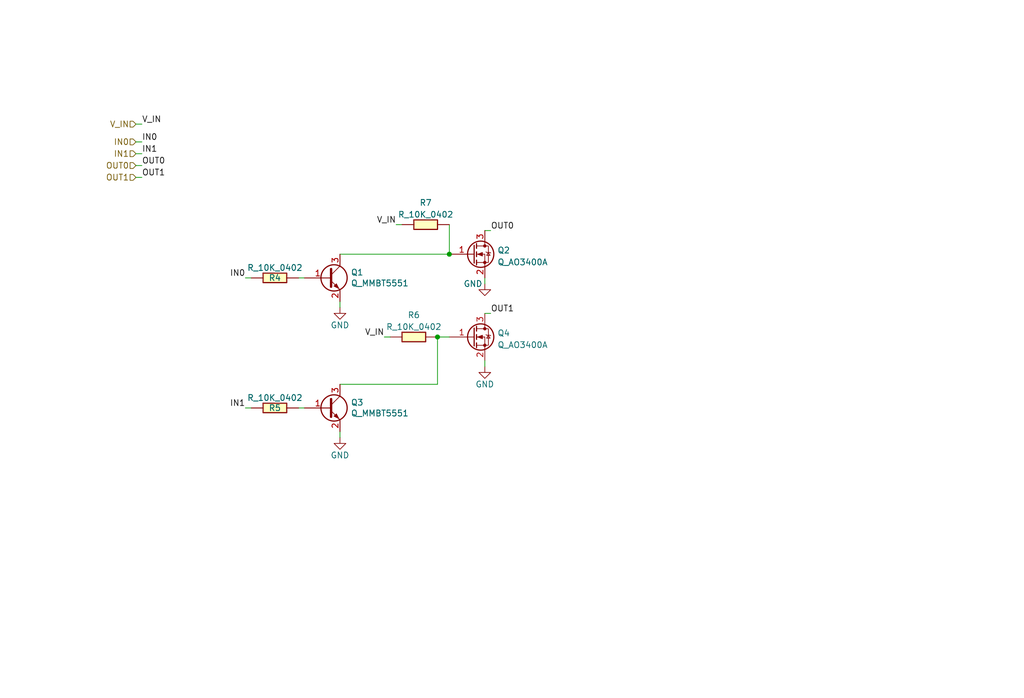
<source format=kicad_sch>
(kicad_sch (version 20211123) (generator eeschema)
  (paper "User" 219.989 150.012)
  (lib_symbols
    (symbol "Open Automation:Q_AO3400A" (pin_names (offset 0) hide)
      (property "Reference" "Q" (at 5.08 1.27 0))
      (property "Value" "Q_AO3400A" (at 5.08 -1.27 0))
      (symbol "Q_AO3400A_0_1"
        (polyline (pts (xy 0.762 -1.778) (xy 2.54 -1.778)))
        (polyline (pts (xy 0.762 -1.27) (xy 0.762 -2.286)) (stroke (width 0.254)))
        (polyline (pts (xy 0.762 0) (xy 2.54 0)))
        (polyline (pts (xy 0.762 0.508) (xy 0.762 -0.508)) (stroke (width 0.254)))
        (polyline (pts (xy 0.762 1.778) (xy 2.54 1.778)))
        (polyline (pts (xy 0.762 2.286) (xy 0.762 1.27)) (stroke (width 0.254)))
        (polyline (pts (xy 2.54 -1.778) (xy 2.54 -2.54)))
        (polyline (pts (xy 2.54 -1.778) (xy 2.54 0)))
        (polyline (pts (xy 2.54 2.54) (xy 2.54 1.778)))
        (polyline (pts (xy 0.254 1.905) (xy 0.254 -1.905) (xy 0.254 -1.905)) (stroke (width 0.254)))
        (polyline (pts (xy 1.016 0) (xy 2.032 0.381) (xy 2.032 -0.381) (xy 1.016 0)) (fill (type outline)))
        (polyline (pts (xy 2.54 -1.778) (xy 3.302 -1.778) (xy 3.302 1.778) (xy 2.54 1.778)))
        (polyline (pts (xy 2.794 0.508) (xy 2.921 0.381) (xy 3.683 0.381) (xy 3.81 0.254)))
        (polyline (pts (xy 3.302 0.381) (xy 2.921 -0.254) (xy 3.683 -0.254) (xy 3.302 0.381)))
        (circle (center 1.651 0) (radius 2.8194) (stroke (width 0.254)))
        (circle (center 2.54 -1.778) (radius 0.2794) (fill (type outline)))
        (circle (center 2.54 1.778) (radius 0.2794) (fill (type outline)))
      )
      (symbol "Q_AO3400A_1_1"
        (pin input line (at -5.08 0 0) (length 5.334) (name "G") (number "1"))
        (pin passive line (at 2.54 -5.08 90) (length 2.54) (name "S") (number "2"))
        (pin passive line (at 2.54 5.08 270) (length 2.54) (name "D") (number "3"))
      )
    )
    (symbol "Open Automation:R_10K_0402" (pin_numbers hide) (pin_names (offset 0))
      (property "Reference" "R" (at 0 0 90))
      (property "Value" "R_10K_0402" (at -1.905 0 90))
      (symbol "R_10K_0402_0_1"
        (rectangle (start -1.016 -2.54) (end 1.016 2.54) (stroke (width 0.254)) (fill (type background)))
      )
      (symbol "R_10K_0402_1_1"
        (pin passive line (at 0 -5.08 90) (length 2.54) (name "~") (number "1"))
        (pin passive line (at 0 5.08 270) (length 2.54) (name "~") (number "2"))
      )
    )
    (symbol "Open_Automation:Q_MMBT5551" (pin_names (offset 0) hide)
      (property "Reference" "Q" (at 7.62 1.27 0))
      (property "Value" "Q_MMBT5551" (at 15.24 -1.27 0))
      (symbol "Q_MMBT5551_0_1"
        (polyline (pts (xy 0.635 0.635) (xy 2.54 2.54)))
        (polyline (pts (xy 0.635 -0.635) (xy 2.54 -2.54) (xy 2.54 -2.54)))
        (polyline (pts (xy 0.635 1.905) (xy 0.635 -1.905) (xy 0.635 -1.905)) (stroke (width 0.508)))
        (polyline (pts (xy 1.27 -1.778) (xy 1.778 -1.27) (xy 2.286 -2.286) (xy 1.27 -1.778) (xy 1.27 -1.778)) (fill (type outline)))
        (circle (center 1.27 0) (radius 2.8194) (stroke (width 0.254)))
      )
      (symbol "Q_MMBT5551_1_1"
        (pin passive line (at -5.08 0 0) (length 5.715) (name "B") (number "1"))
        (pin passive line (at 2.54 -5.08 90) (length 2.54) (name "E") (number "2"))
        (pin passive line (at 2.54 5.08 270) (length 2.54) (name "C") (number "3"))
      )
    )
    (symbol "Q_MMBT5551_1" (pin_names (offset 0) hide)
      (property "Reference" "Q" (at 7.62 1.27 0))
      (property "Value" "Q_MMBT5551_1" (at 15.24 -1.27 0))
      (symbol "Q_MMBT5551_1_0_1"
        (polyline (pts (xy 0.635 0.635) (xy 2.54 2.54)))
        (polyline (pts (xy 0.635 -0.635) (xy 2.54 -2.54) (xy 2.54 -2.54)))
        (polyline (pts (xy 0.635 1.905) (xy 0.635 -1.905) (xy 0.635 -1.905)) (stroke (width 0.508)))
        (polyline (pts (xy 1.27 -1.778) (xy 1.778 -1.27) (xy 2.286 -2.286) (xy 1.27 -1.778) (xy 1.27 -1.778)) (fill (type outline)))
        (circle (center 1.27 0) (radius 2.8194) (stroke (width 0.254)))
      )
      (symbol "Q_MMBT5551_1_1_1"
        (pin passive line (at -5.08 0 0) (length 5.715) (name "B") (number "1"))
        (pin passive line (at 2.54 -5.08 90) (length 2.54) (name "E") (number "2"))
        (pin passive line (at 2.54 5.08 270) (length 2.54) (name "C") (number "3"))
      )
    )
    (symbol "power:GND" (power) (pin_names (offset 0))
      (property "Value" "GND" (at 0 -3.81 0))
      (symbol "GND_0_1"
        (polyline (pts (xy 0 0) (xy 0 -1.27) (xy 1.27 -1.27) (xy 0 -2.54) (xy -1.27 -1.27) (xy 0 -1.27)))
      )
      (symbol "GND_1_1"
        (pin power_in line (at 0 0 270) (length 0) hide (name "GND") (number "1"))
      )
    )
  )
  (junction (at 96.52 54.61))
  (junction (at 93.98 72.39))
  (wire (pts (xy 93.98 72.39) (xy 96.52 72.39)))
  (wire (pts (xy 64.135 59.69) (xy 65.405 59.69)))
  (wire (pts (xy 30.48 35.56) (xy 29.21 35.56)))
  (wire (pts (xy 104.14 60.96) (xy 104.14 59.69)))
  (wire (pts (xy 52.705 87.63) (xy 53.975 87.63)))
  (wire (pts (xy 73.025 93.98) (xy 73.025 92.71)))
  (wire (pts (xy 29.21 26.67) (xy 30.48 26.67)))
  (wire (pts (xy 104.14 78.74) (xy 104.14 77.47)))
  (wire (pts (xy 105.41 67.31) (xy 104.14 67.31)))
  (wire (pts (xy 29.21 33.02) (xy 30.48 33.02)))
  (wire (pts (xy 96.52 48.26) (xy 96.52 54.61)))
  (wire (pts (xy 73.025 66.04) (xy 73.025 64.77)))
  (wire (pts (xy 52.705 59.69) (xy 53.975 59.69)))
  (wire (pts (xy 93.98 82.55) (xy 93.98 72.39)))
  (wire (pts (xy 82.55 72.39) (xy 83.82 72.39)))
  (wire (pts (xy 29.21 38.1) (xy 30.48 38.1)))
  (wire (pts (xy 73.025 82.55) (xy 93.98 82.55)))
  (wire (pts (xy 30.48 30.48) (xy 29.21 30.48)))
  (wire (pts (xy 73.025 54.61) (xy 96.52 54.61)))
  (wire (pts (xy 105.41 49.53) (xy 104.14 49.53)))
  (wire (pts (xy 86.36 48.26) (xy 85.09 48.26)))
  (wire (pts (xy 64.135 87.63) (xy 65.405 87.63)))
  (label "IN0" (at 30.48 30.48 0))
  (label "OUT1" (at 30.48 38.1 0))
  (label "OUT0" (at 105.41 49.53 0))
  (label "OUT1" (at 105.41 67.31 0))
  (label "V_IN" (at 30.48 26.67 0))
  (label "OUT0" (at 30.48 35.56 0))
  (label "IN0" (at 52.705 59.69 180))
  (label "IN1" (at 52.705 87.63 180))
  (label "IN1" (at 30.48 33.02 0))
  (label "V_IN" (at 85.09 48.26 180))
  (label "V_IN" (at 82.55 72.39 180))
  (hierarchical_label "IN0" (shape input) (at 29.21 30.48 180))
  (hierarchical_label "OUT1" (shape input) (at 29.21 38.1 180))
  (hierarchical_label "IN1" (shape input) (at 29.21 33.02 180))
  (hierarchical_label "V_IN" (shape input) (at 29.21 26.67 180))
  (hierarchical_label "OUT0" (shape input) (at 29.21 35.56 180))
  (symbol (lib_id "power:GND") (at 104.14 60.96 0) (unit 1)
    (property "Reference" "#PWR023" (effects hide))
    (property "Value" "GND" (at 101.6 60.96 0))
  )
  (symbol (lib_id "power:GND") (at 104.14 78.74 0) (unit 1)
    (property "Reference" "#PWR024" (effects hide))
    (property "Value" "GND" (at 104.14 82.55 0))
  )
  (symbol (lib_id "power:GND") (at 73.025 66.04 0) (unit 1)
    (property "Reference" "#PWR021" (effects hide))
    (property "Value" "GND" (at 73.025 69.85 0))
  )
  (symbol (lib_id "power:GND") (at 73.025 93.98 0) (unit 1)
    (property "Reference" "#PWR0106" (effects hide))
    (property "Value" "GND" (at 73.025 97.79 0))
  )
  (symbol (lib_id "Open Automation:R_10K_0402") (at 59.055 87.63 90) (unit 1)
    (property "Reference" "R5" (at 59.055 87.63 90))
    (property "Value" "R_10K_0402" (at 59.055 85.4511 90))
    (property "Footprint" "Resistor_SMD:R_0402_1005Metric_Pad0.72x0.64mm_HandSolder" (effects hide))
    (property "Datasheet" "https://datasheet.lcsc.com/szlcsc/Uniroyal-Elec-0402WGF1002TCE_C25744.pdf" (effects hide))
    (property "Part Number" "0402WGF1002TCE" (effects hide))
    (property "LCSC" "C25744" (effects hide))
  )
  (symbol (lib_id "Open Automation:R_10K_0402") (at 91.44 48.26 90) (unit 1)
    (property "Reference" "R7" (at 91.44 43.5442 90))
    (property "Value" "R_10K_0402" (at 91.44 46.0811 90))
    (property "Footprint" "Resistor_SMD:R_0402_1005Metric_Pad0.72x0.64mm_HandSolder" (effects hide))
    (property "Datasheet" "https://datasheet.lcsc.com/szlcsc/Uniroyal-Elec-0402WGF1002TCE_C25744.pdf" (effects hide))
    (property "Part Number" "0402WGF1002TCE" (effects hide))
    (property "LCSC" "C25744" (effects hide))
  )
  (symbol (lib_id "Open Automation:R_10K_0402") (at 59.055 59.69 90) (unit 1)
    (property "Reference" "R4" (at 59.055 59.69 90))
    (property "Value" "R_10K_0402" (at 59.055 57.5111 90))
    (property "Footprint" "Resistor_SMD:R_0402_1005Metric_Pad0.72x0.64mm_HandSolder" (effects hide))
    (property "Datasheet" "https://datasheet.lcsc.com/szlcsc/Uniroyal-Elec-0402WGF1002TCE_C25744.pdf" (effects hide))
    (property "Part Number" "0402WGF1002TCE" (effects hide))
    (property "LCSC" "C25744" (effects hide))
  )
  (symbol (lib_name "Q_MMBT5551_1") (lib_id "Open_Automation:Q_MMBT5551") (at 70.485 59.69 0) (unit 1)
    (property "Reference" "Q1" (at 75.3364 58.5216 0) (effects (justify left)))
    (property "Value" "Q_MMBT5551" (at 75.3364 60.833 0) (effects (justify left)))
    (property "Footprint" "Package_TO_SOT_SMD:SOT-23" (effects hide))
    (property "Datasheet" "https://datasheet.lcsc.com/szlcsc/Changjiang-Electronics-Tech-CJ-SS8050_C2150.pdf" (effects hide))
    (property "Part Number" "MMBT5551" (effects hide))
    (property "LCSC" "C2145" (effects hide))
  )
  (symbol (lib_id "Open_Automation:Q_MMBT5551") (at 70.485 87.63 0) (unit 1)
    (property "Reference" "Q3" (at 75.3364 86.4616 0) (effects (justify left)))
    (property "Value" "Q_MMBT5551" (at 75.3364 88.773 0) (effects (justify left)))
    (property "Footprint" "Package_TO_SOT_SMD:SOT-23" (effects hide))
    (property "Datasheet" "https://datasheet.lcsc.com/szlcsc/Changjiang-Electronics-Tech-CJ-SS8050_C2150.pdf" (effects hide))
    (property "Part Number" "MMBT5551" (effects hide))
    (property "LCSC" "C2145" (effects hide))
  )
  (symbol (lib_id "Open Automation:Q_AO3400A") (at 101.6 54.61 0) (unit 1)
    (property "Reference" "Q2" (at 106.8324 53.7753 0) (effects (justify left)))
    (property "Value" "Q_AO3400A" (at 106.8324 56.3122 0) (effects (justify left)))
    (property "Footprint" "Package_TO_SOT_SMD:SOT-23" (effects hide))
    (property "Datasheet" "https://datasheet.lcsc.com/lcsc/1811081213_Alpha-&-Omega-Semicon-AO3400A_C20917.pdf" (effects hide))
    (property "Part Number" "AO3400A" (effects hide))
    (property "LCSC" "C20917" (effects hide))
  )
  (symbol (lib_id "Open Automation:Q_AO3400A") (at 101.6 72.39 0) (unit 1)
    (property "Reference" "Q4" (at 106.8324 71.5553 0) (effects (justify left)))
    (property "Value" "Q_AO3400A" (at 106.8324 74.0922 0) (effects (justify left)))
    (property "Footprint" "Package_TO_SOT_SMD:SOT-23" (effects hide))
    (property "Datasheet" "https://datasheet.lcsc.com/lcsc/1811081213_Alpha-&-Omega-Semicon-AO3400A_C20917.pdf" (effects hide))
    (property "Part Number" "AO3400A" (effects hide))
    (property "LCSC" "C20917" (effects hide))
  )
  (symbol (lib_id "Open Automation:R_10K_0402") (at 88.9 72.39 90) (unit 1)
    (property "Reference" "R6" (at 88.9 67.6742 90))
    (property "Value" "R_10K_0402" (at 88.9 70.2111 90))
    (property "Footprint" "Resistor_SMD:R_0402_1005Metric_Pad0.72x0.64mm_HandSolder" (effects hide))
    (property "Datasheet" "https://datasheet.lcsc.com/szlcsc/Uniroyal-Elec-0402WGF1002TCE_C25744.pdf" (effects hide))
    (property "Part Number" "0402WGF1002TCE" (effects hide))
    (property "LCSC" "C25744" (effects hide))
  )
)
</source>
